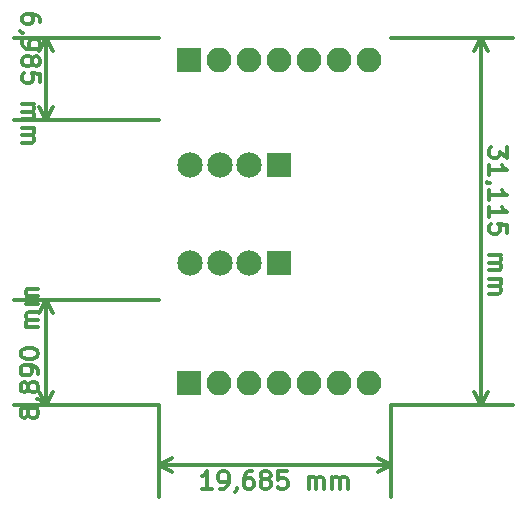
<source format=gbs>
G04 #@! TF.FileFunction,Soldermask,Bot*
%FSLAX46Y46*%
G04 Gerber Fmt 4.6, Leading zero omitted, Abs format (unit mm)*
G04 Created by KiCad (PCBNEW 4.0.7-e1-6374~58~ubuntu16.04.1) date Wed Aug  2 16:45:54 2017*
%MOMM*%
%LPD*%
G01*
G04 APERTURE LIST*
%ADD10C,0.100000*%
%ADD11C,0.300000*%
%ADD12R,2.150000X2.150000*%
%ADD13C,2.150000*%
%ADD14R,2.100000X2.100000*%
%ADD15O,2.100000X2.100000*%
G04 APERTURE END LIST*
D10*
D11*
X134361429Y-130309284D02*
X134290000Y-130452142D01*
X134218571Y-130523570D01*
X134075714Y-130594999D01*
X134004286Y-130594999D01*
X133861429Y-130523570D01*
X133790000Y-130452142D01*
X133718571Y-130309284D01*
X133718571Y-130023570D01*
X133790000Y-129880713D01*
X133861429Y-129809284D01*
X134004286Y-129737856D01*
X134075714Y-129737856D01*
X134218571Y-129809284D01*
X134290000Y-129880713D01*
X134361429Y-130023570D01*
X134361429Y-130309284D01*
X134432857Y-130452142D01*
X134504286Y-130523570D01*
X134647143Y-130594999D01*
X134932857Y-130594999D01*
X135075714Y-130523570D01*
X135147143Y-130452142D01*
X135218571Y-130309284D01*
X135218571Y-130023570D01*
X135147143Y-129880713D01*
X135075714Y-129809284D01*
X134932857Y-129737856D01*
X134647143Y-129737856D01*
X134504286Y-129809284D01*
X134432857Y-129880713D01*
X134361429Y-130023570D01*
X135147143Y-129023571D02*
X135218571Y-129023571D01*
X135361429Y-129094999D01*
X135432857Y-129166428D01*
X134361429Y-128166427D02*
X134290000Y-128309285D01*
X134218571Y-128380713D01*
X134075714Y-128452142D01*
X134004286Y-128452142D01*
X133861429Y-128380713D01*
X133790000Y-128309285D01*
X133718571Y-128166427D01*
X133718571Y-127880713D01*
X133790000Y-127737856D01*
X133861429Y-127666427D01*
X134004286Y-127594999D01*
X134075714Y-127594999D01*
X134218571Y-127666427D01*
X134290000Y-127737856D01*
X134361429Y-127880713D01*
X134361429Y-128166427D01*
X134432857Y-128309285D01*
X134504286Y-128380713D01*
X134647143Y-128452142D01*
X134932857Y-128452142D01*
X135075714Y-128380713D01*
X135147143Y-128309285D01*
X135218571Y-128166427D01*
X135218571Y-127880713D01*
X135147143Y-127737856D01*
X135075714Y-127666427D01*
X134932857Y-127594999D01*
X134647143Y-127594999D01*
X134504286Y-127666427D01*
X134432857Y-127737856D01*
X134361429Y-127880713D01*
X135218571Y-126880714D02*
X135218571Y-126594999D01*
X135147143Y-126452142D01*
X135075714Y-126380714D01*
X134861429Y-126237856D01*
X134575714Y-126166428D01*
X134004286Y-126166428D01*
X133861429Y-126237856D01*
X133790000Y-126309285D01*
X133718571Y-126452142D01*
X133718571Y-126737856D01*
X133790000Y-126880714D01*
X133861429Y-126952142D01*
X134004286Y-127023571D01*
X134361429Y-127023571D01*
X134504286Y-126952142D01*
X134575714Y-126880714D01*
X134647143Y-126737856D01*
X134647143Y-126452142D01*
X134575714Y-126309285D01*
X134504286Y-126237856D01*
X134361429Y-126166428D01*
X133718571Y-125237857D02*
X133718571Y-125095000D01*
X133790000Y-124952143D01*
X133861429Y-124880714D01*
X134004286Y-124809285D01*
X134290000Y-124737857D01*
X134647143Y-124737857D01*
X134932857Y-124809285D01*
X135075714Y-124880714D01*
X135147143Y-124952143D01*
X135218571Y-125095000D01*
X135218571Y-125237857D01*
X135147143Y-125380714D01*
X135075714Y-125452143D01*
X134932857Y-125523571D01*
X134647143Y-125595000D01*
X134290000Y-125595000D01*
X134004286Y-125523571D01*
X133861429Y-125452143D01*
X133790000Y-125380714D01*
X133718571Y-125237857D01*
X135218571Y-122952143D02*
X134218571Y-122952143D01*
X134361429Y-122952143D02*
X134290000Y-122880715D01*
X134218571Y-122737857D01*
X134218571Y-122523572D01*
X134290000Y-122380715D01*
X134432857Y-122309286D01*
X135218571Y-122309286D01*
X134432857Y-122309286D02*
X134290000Y-122237857D01*
X134218571Y-122095000D01*
X134218571Y-121880715D01*
X134290000Y-121737857D01*
X134432857Y-121666429D01*
X135218571Y-121666429D01*
X135218571Y-120952143D02*
X134218571Y-120952143D01*
X134361429Y-120952143D02*
X134290000Y-120880715D01*
X134218571Y-120737857D01*
X134218571Y-120523572D01*
X134290000Y-120380715D01*
X134432857Y-120309286D01*
X135218571Y-120309286D01*
X134432857Y-120309286D02*
X134290000Y-120237857D01*
X134218571Y-120095000D01*
X134218571Y-119880715D01*
X134290000Y-119737857D01*
X134432857Y-119666429D01*
X135218571Y-119666429D01*
X135890000Y-129540000D02*
X135890000Y-120650000D01*
X145415000Y-129540000D02*
X133190000Y-129540000D01*
X145415000Y-120650000D02*
X133190000Y-120650000D01*
X135890000Y-120650000D02*
X136476421Y-121776504D01*
X135890000Y-120650000D02*
X135303579Y-121776504D01*
X135890000Y-129540000D02*
X136476421Y-128413496D01*
X135890000Y-129540000D02*
X135303579Y-128413496D01*
X135361429Y-97131787D02*
X135361429Y-96846073D01*
X135290000Y-96703216D01*
X135218571Y-96631787D01*
X135004286Y-96488930D01*
X134718571Y-96417501D01*
X134147143Y-96417501D01*
X134004286Y-96488930D01*
X133932857Y-96560358D01*
X133861429Y-96703216D01*
X133861429Y-96988930D01*
X133932857Y-97131787D01*
X134004286Y-97203216D01*
X134147143Y-97274644D01*
X134504286Y-97274644D01*
X134647143Y-97203216D01*
X134718571Y-97131787D01*
X134790000Y-96988930D01*
X134790000Y-96703216D01*
X134718571Y-96560358D01*
X134647143Y-96488930D01*
X134504286Y-96417501D01*
X133932857Y-97988929D02*
X133861429Y-97988929D01*
X133718571Y-97917501D01*
X133647143Y-97846072D01*
X133861429Y-98703215D02*
X133861429Y-98988930D01*
X133932857Y-99131787D01*
X134004286Y-99203215D01*
X134218571Y-99346073D01*
X134504286Y-99417501D01*
X135075714Y-99417501D01*
X135218571Y-99346073D01*
X135290000Y-99274644D01*
X135361429Y-99131787D01*
X135361429Y-98846073D01*
X135290000Y-98703215D01*
X135218571Y-98631787D01*
X135075714Y-98560358D01*
X134718571Y-98560358D01*
X134575714Y-98631787D01*
X134504286Y-98703215D01*
X134432857Y-98846073D01*
X134432857Y-99131787D01*
X134504286Y-99274644D01*
X134575714Y-99346073D01*
X134718571Y-99417501D01*
X134718571Y-100274644D02*
X134790000Y-100131786D01*
X134861429Y-100060358D01*
X135004286Y-99988929D01*
X135075714Y-99988929D01*
X135218571Y-100060358D01*
X135290000Y-100131786D01*
X135361429Y-100274644D01*
X135361429Y-100560358D01*
X135290000Y-100703215D01*
X135218571Y-100774644D01*
X135075714Y-100846072D01*
X135004286Y-100846072D01*
X134861429Y-100774644D01*
X134790000Y-100703215D01*
X134718571Y-100560358D01*
X134718571Y-100274644D01*
X134647143Y-100131786D01*
X134575714Y-100060358D01*
X134432857Y-99988929D01*
X134147143Y-99988929D01*
X134004286Y-100060358D01*
X133932857Y-100131786D01*
X133861429Y-100274644D01*
X133861429Y-100560358D01*
X133932857Y-100703215D01*
X134004286Y-100774644D01*
X134147143Y-100846072D01*
X134432857Y-100846072D01*
X134575714Y-100774644D01*
X134647143Y-100703215D01*
X134718571Y-100560358D01*
X135361429Y-102203215D02*
X135361429Y-101488929D01*
X134647143Y-101417500D01*
X134718571Y-101488929D01*
X134790000Y-101631786D01*
X134790000Y-101988929D01*
X134718571Y-102131786D01*
X134647143Y-102203215D01*
X134504286Y-102274643D01*
X134147143Y-102274643D01*
X134004286Y-102203215D01*
X133932857Y-102131786D01*
X133861429Y-101988929D01*
X133861429Y-101631786D01*
X133932857Y-101488929D01*
X134004286Y-101417500D01*
X133861429Y-104060357D02*
X134861429Y-104060357D01*
X134718571Y-104060357D02*
X134790000Y-104131785D01*
X134861429Y-104274643D01*
X134861429Y-104488928D01*
X134790000Y-104631785D01*
X134647143Y-104703214D01*
X133861429Y-104703214D01*
X134647143Y-104703214D02*
X134790000Y-104774643D01*
X134861429Y-104917500D01*
X134861429Y-105131785D01*
X134790000Y-105274643D01*
X134647143Y-105346071D01*
X133861429Y-105346071D01*
X133861429Y-106060357D02*
X134861429Y-106060357D01*
X134718571Y-106060357D02*
X134790000Y-106131785D01*
X134861429Y-106274643D01*
X134861429Y-106488928D01*
X134790000Y-106631785D01*
X134647143Y-106703214D01*
X133861429Y-106703214D01*
X134647143Y-106703214D02*
X134790000Y-106774643D01*
X134861429Y-106917500D01*
X134861429Y-107131785D01*
X134790000Y-107274643D01*
X134647143Y-107346071D01*
X133861429Y-107346071D01*
X135890000Y-98425000D02*
X135890000Y-105410000D01*
X145415000Y-98425000D02*
X133190000Y-98425000D01*
X145415000Y-105410000D02*
X133190000Y-105410000D01*
X135890000Y-105410000D02*
X135303579Y-104283496D01*
X135890000Y-105410000D02*
X136476421Y-104283496D01*
X135890000Y-98425000D02*
X135303579Y-99551504D01*
X135890000Y-98425000D02*
X136476421Y-99551504D01*
X149900358Y-136648571D02*
X149043215Y-136648571D01*
X149471787Y-136648571D02*
X149471787Y-135148571D01*
X149328930Y-135362857D01*
X149186072Y-135505714D01*
X149043215Y-135577143D01*
X150614643Y-136648571D02*
X150900358Y-136648571D01*
X151043215Y-136577143D01*
X151114643Y-136505714D01*
X151257501Y-136291429D01*
X151328929Y-136005714D01*
X151328929Y-135434286D01*
X151257501Y-135291429D01*
X151186072Y-135220000D01*
X151043215Y-135148571D01*
X150757501Y-135148571D01*
X150614643Y-135220000D01*
X150543215Y-135291429D01*
X150471786Y-135434286D01*
X150471786Y-135791429D01*
X150543215Y-135934286D01*
X150614643Y-136005714D01*
X150757501Y-136077143D01*
X151043215Y-136077143D01*
X151186072Y-136005714D01*
X151257501Y-135934286D01*
X151328929Y-135791429D01*
X152043214Y-136577143D02*
X152043214Y-136648571D01*
X151971786Y-136791429D01*
X151900357Y-136862857D01*
X153328929Y-135148571D02*
X153043215Y-135148571D01*
X152900358Y-135220000D01*
X152828929Y-135291429D01*
X152686072Y-135505714D01*
X152614643Y-135791429D01*
X152614643Y-136362857D01*
X152686072Y-136505714D01*
X152757500Y-136577143D01*
X152900358Y-136648571D01*
X153186072Y-136648571D01*
X153328929Y-136577143D01*
X153400358Y-136505714D01*
X153471786Y-136362857D01*
X153471786Y-136005714D01*
X153400358Y-135862857D01*
X153328929Y-135791429D01*
X153186072Y-135720000D01*
X152900358Y-135720000D01*
X152757500Y-135791429D01*
X152686072Y-135862857D01*
X152614643Y-136005714D01*
X154328929Y-135791429D02*
X154186071Y-135720000D01*
X154114643Y-135648571D01*
X154043214Y-135505714D01*
X154043214Y-135434286D01*
X154114643Y-135291429D01*
X154186071Y-135220000D01*
X154328929Y-135148571D01*
X154614643Y-135148571D01*
X154757500Y-135220000D01*
X154828929Y-135291429D01*
X154900357Y-135434286D01*
X154900357Y-135505714D01*
X154828929Y-135648571D01*
X154757500Y-135720000D01*
X154614643Y-135791429D01*
X154328929Y-135791429D01*
X154186071Y-135862857D01*
X154114643Y-135934286D01*
X154043214Y-136077143D01*
X154043214Y-136362857D01*
X154114643Y-136505714D01*
X154186071Y-136577143D01*
X154328929Y-136648571D01*
X154614643Y-136648571D01*
X154757500Y-136577143D01*
X154828929Y-136505714D01*
X154900357Y-136362857D01*
X154900357Y-136077143D01*
X154828929Y-135934286D01*
X154757500Y-135862857D01*
X154614643Y-135791429D01*
X156257500Y-135148571D02*
X155543214Y-135148571D01*
X155471785Y-135862857D01*
X155543214Y-135791429D01*
X155686071Y-135720000D01*
X156043214Y-135720000D01*
X156186071Y-135791429D01*
X156257500Y-135862857D01*
X156328928Y-136005714D01*
X156328928Y-136362857D01*
X156257500Y-136505714D01*
X156186071Y-136577143D01*
X156043214Y-136648571D01*
X155686071Y-136648571D01*
X155543214Y-136577143D01*
X155471785Y-136505714D01*
X158114642Y-136648571D02*
X158114642Y-135648571D01*
X158114642Y-135791429D02*
X158186070Y-135720000D01*
X158328928Y-135648571D01*
X158543213Y-135648571D01*
X158686070Y-135720000D01*
X158757499Y-135862857D01*
X158757499Y-136648571D01*
X158757499Y-135862857D02*
X158828928Y-135720000D01*
X158971785Y-135648571D01*
X159186070Y-135648571D01*
X159328928Y-135720000D01*
X159400356Y-135862857D01*
X159400356Y-136648571D01*
X160114642Y-136648571D02*
X160114642Y-135648571D01*
X160114642Y-135791429D02*
X160186070Y-135720000D01*
X160328928Y-135648571D01*
X160543213Y-135648571D01*
X160686070Y-135720000D01*
X160757499Y-135862857D01*
X160757499Y-136648571D01*
X160757499Y-135862857D02*
X160828928Y-135720000D01*
X160971785Y-135648571D01*
X161186070Y-135648571D01*
X161328928Y-135720000D01*
X161400356Y-135862857D01*
X161400356Y-136648571D01*
X165100000Y-134620000D02*
X145415000Y-134620000D01*
X165100000Y-129540000D02*
X165100000Y-137320000D01*
X145415000Y-129540000D02*
X145415000Y-137320000D01*
X145415000Y-134620000D02*
X146541504Y-134033579D01*
X145415000Y-134620000D02*
X146541504Y-135206421D01*
X165100000Y-134620000D02*
X163973496Y-134033579D01*
X165100000Y-134620000D02*
X163973496Y-135206421D01*
X174891429Y-107696787D02*
X174891429Y-108625358D01*
X174320000Y-108125358D01*
X174320000Y-108339644D01*
X174248571Y-108482501D01*
X174177143Y-108553930D01*
X174034286Y-108625358D01*
X173677143Y-108625358D01*
X173534286Y-108553930D01*
X173462857Y-108482501D01*
X173391429Y-108339644D01*
X173391429Y-107911072D01*
X173462857Y-107768215D01*
X173534286Y-107696787D01*
X173391429Y-110053929D02*
X173391429Y-109196786D01*
X173391429Y-109625358D02*
X174891429Y-109625358D01*
X174677143Y-109482501D01*
X174534286Y-109339643D01*
X174462857Y-109196786D01*
X173462857Y-110768214D02*
X173391429Y-110768214D01*
X173248571Y-110696786D01*
X173177143Y-110625357D01*
X173391429Y-112196786D02*
X173391429Y-111339643D01*
X173391429Y-111768215D02*
X174891429Y-111768215D01*
X174677143Y-111625358D01*
X174534286Y-111482500D01*
X174462857Y-111339643D01*
X173391429Y-113625357D02*
X173391429Y-112768214D01*
X173391429Y-113196786D02*
X174891429Y-113196786D01*
X174677143Y-113053929D01*
X174534286Y-112911071D01*
X174462857Y-112768214D01*
X174891429Y-114982500D02*
X174891429Y-114268214D01*
X174177143Y-114196785D01*
X174248571Y-114268214D01*
X174320000Y-114411071D01*
X174320000Y-114768214D01*
X174248571Y-114911071D01*
X174177143Y-114982500D01*
X174034286Y-115053928D01*
X173677143Y-115053928D01*
X173534286Y-114982500D01*
X173462857Y-114911071D01*
X173391429Y-114768214D01*
X173391429Y-114411071D01*
X173462857Y-114268214D01*
X173534286Y-114196785D01*
X173391429Y-116839642D02*
X174391429Y-116839642D01*
X174248571Y-116839642D02*
X174320000Y-116911070D01*
X174391429Y-117053928D01*
X174391429Y-117268213D01*
X174320000Y-117411070D01*
X174177143Y-117482499D01*
X173391429Y-117482499D01*
X174177143Y-117482499D02*
X174320000Y-117553928D01*
X174391429Y-117696785D01*
X174391429Y-117911070D01*
X174320000Y-118053928D01*
X174177143Y-118125356D01*
X173391429Y-118125356D01*
X173391429Y-118839642D02*
X174391429Y-118839642D01*
X174248571Y-118839642D02*
X174320000Y-118911070D01*
X174391429Y-119053928D01*
X174391429Y-119268213D01*
X174320000Y-119411070D01*
X174177143Y-119482499D01*
X173391429Y-119482499D01*
X174177143Y-119482499D02*
X174320000Y-119553928D01*
X174391429Y-119696785D01*
X174391429Y-119911070D01*
X174320000Y-120053928D01*
X174177143Y-120125356D01*
X173391429Y-120125356D01*
X172720000Y-98425000D02*
X172720000Y-129540000D01*
X165100000Y-98425000D02*
X175420000Y-98425000D01*
X165100000Y-129540000D02*
X175420000Y-129540000D01*
X172720000Y-129540000D02*
X172133579Y-128413496D01*
X172720000Y-129540000D02*
X173306421Y-128413496D01*
X172720000Y-98425000D02*
X172133579Y-99551504D01*
X172720000Y-98425000D02*
X173306421Y-99551504D01*
D12*
X155575000Y-117475000D03*
D13*
X153075000Y-117475000D03*
X150575000Y-117475000D03*
X148075000Y-117475000D03*
D12*
X155575000Y-109220000D03*
D13*
X153075000Y-109220000D03*
X150575000Y-109220000D03*
X148075000Y-109220000D03*
D14*
X147955000Y-127635000D03*
D15*
X150495000Y-127635000D03*
X153035000Y-127635000D03*
X155575000Y-127635000D03*
X158115000Y-127635000D03*
X160655000Y-127635000D03*
X163195000Y-127635000D03*
D14*
X147955000Y-100330000D03*
D15*
X150495000Y-100330000D03*
X153035000Y-100330000D03*
X155575000Y-100330000D03*
X158115000Y-100330000D03*
X160655000Y-100330000D03*
X163195000Y-100330000D03*
M02*

</source>
